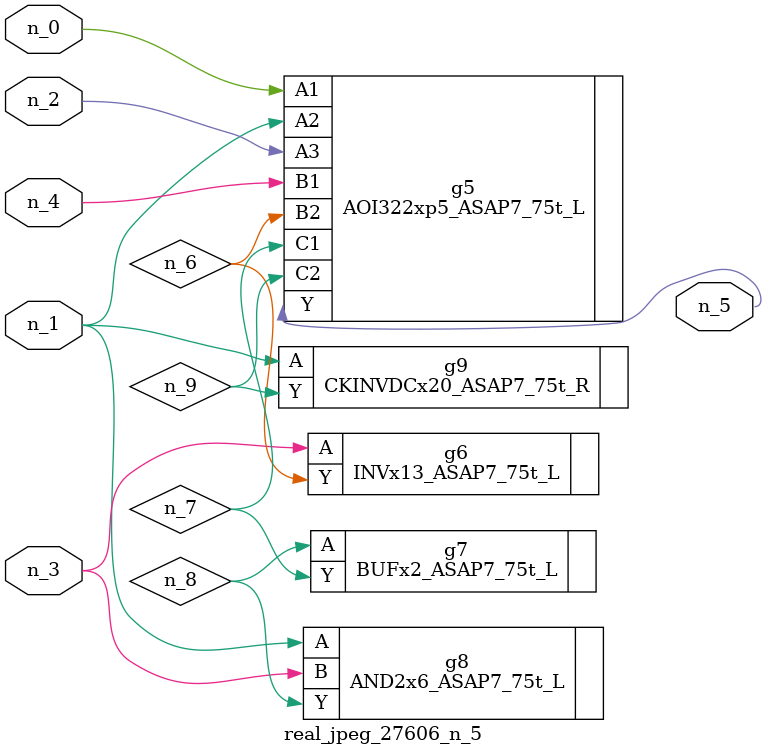
<source format=v>
module real_jpeg_27606_n_5 (n_4, n_0, n_1, n_2, n_3, n_5);

input n_4;
input n_0;
input n_1;
input n_2;
input n_3;

output n_5;

wire n_8;
wire n_6;
wire n_7;
wire n_9;

AOI322xp5_ASAP7_75t_L g5 ( 
.A1(n_0),
.A2(n_1),
.A3(n_2),
.B1(n_4),
.B2(n_6),
.C1(n_7),
.C2(n_9),
.Y(n_5)
);

AND2x6_ASAP7_75t_L g8 ( 
.A(n_1),
.B(n_3),
.Y(n_8)
);

CKINVDCx20_ASAP7_75t_R g9 ( 
.A(n_1),
.Y(n_9)
);

INVx13_ASAP7_75t_L g6 ( 
.A(n_3),
.Y(n_6)
);

BUFx2_ASAP7_75t_L g7 ( 
.A(n_8),
.Y(n_7)
);


endmodule
</source>
